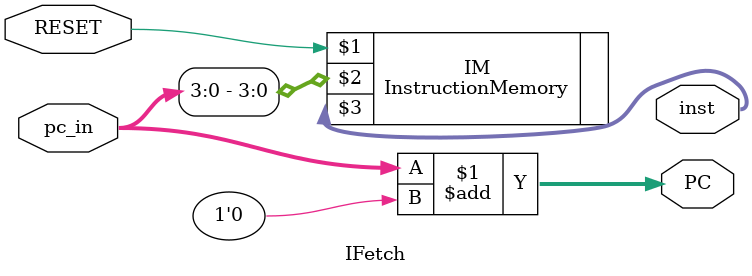
<source format=v>
module IFetch
(
	input RESET,
	input [31:0] pc_in,
	output [31:0] PC,
	output [31:0] inst
);
InstructionMemory IM (RESET,pc_in[3:0],inst);
assign PC = pc_in + 1'b100;
endmodule


</source>
